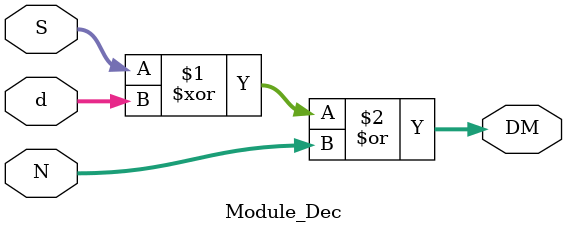
<source format=v>
module  Module_Dec (S,d,N,DM);

localparam a = 5;
localparam d_size = 2**a;

input [d_size -1:0] S;
input [d_size -1:0] d;
input [d_size -1:0] N;

output [d_size -1:0] DM; //Decoded Message

assign DM[d_size -1:0] = ((S[d_size -1:0] ^ d[d_size -1:0]) | N[d_size -1:0]);

endmodule


</source>
